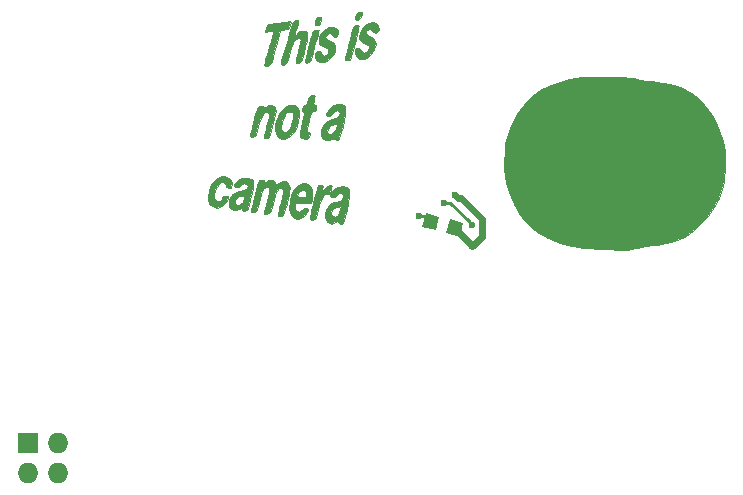
<source format=gbr>
G04 #@! TF.FileFunction,Copper,L1,Top,Signal*
%FSLAX46Y46*%
G04 Gerber Fmt 4.6, Leading zero omitted, Abs format (unit mm)*
G04 Created by KiCad (PCBNEW 4.0.2+dfsg1-stable) date Wed 11 Jul 2018 10:01:05 PM CDT*
%MOMM*%
G01*
G04 APERTURE LIST*
%ADD10C,0.100000*%
%ADD11C,0.010000*%
%ADD12R,1.727200X1.727200*%
%ADD13O,1.727200X1.727200*%
%ADD14C,0.600000*%
%ADD15C,0.609600*%
%ADD16C,0.250000*%
G04 APERTURE END LIST*
D10*
D11*
G36*
X136521922Y-95421601D02*
X137179081Y-95452981D01*
X137748012Y-95500771D01*
X138193201Y-95564942D01*
X138284783Y-95584419D01*
X138681261Y-95664283D01*
X139171138Y-95744669D01*
X139678921Y-95813834D01*
X139960228Y-95845007D01*
X140582013Y-95918756D01*
X141091014Y-96012550D01*
X141543712Y-96141630D01*
X141996588Y-96321235D01*
X142357393Y-96491837D01*
X143085043Y-96909632D01*
X143707481Y-97397664D01*
X144243385Y-97977759D01*
X144711434Y-98671742D01*
X145130309Y-99501439D01*
X145318251Y-99951433D01*
X145614881Y-100832060D01*
X145787413Y-101682735D01*
X145844167Y-102561758D01*
X145807316Y-103378000D01*
X145759614Y-103836529D01*
X145699114Y-104282140D01*
X145633911Y-104661122D01*
X145577558Y-104902000D01*
X145284979Y-105671371D01*
X144875768Y-106437093D01*
X144374000Y-107169534D01*
X143803755Y-107839062D01*
X143189109Y-108416045D01*
X142554140Y-108870850D01*
X142197666Y-109061590D01*
X141742175Y-109251612D01*
X141262340Y-109402773D01*
X140717848Y-109524776D01*
X140068384Y-109627322D01*
X139615333Y-109683118D01*
X139157261Y-109743707D01*
X138712030Y-109817451D01*
X138333189Y-109894633D01*
X138091333Y-109959648D01*
X137933726Y-110008994D01*
X137779761Y-110044748D01*
X137604192Y-110067407D01*
X137381773Y-110077469D01*
X137087259Y-110075433D01*
X136695404Y-110061797D01*
X136180961Y-110037058D01*
X135636000Y-110008082D01*
X135018843Y-109970596D01*
X134409460Y-109926242D01*
X133844595Y-109878241D01*
X133360994Y-109829811D01*
X132995400Y-109784171D01*
X132892151Y-109767719D01*
X131819509Y-109498492D01*
X130834543Y-109087571D01*
X129945353Y-108542735D01*
X129160040Y-107871762D01*
X128486706Y-107082430D01*
X127933452Y-106182518D01*
X127508379Y-105179803D01*
X127282345Y-104381585D01*
X127196213Y-103851530D01*
X127147642Y-103216310D01*
X127135962Y-102528820D01*
X127160506Y-101841952D01*
X127220606Y-101208597D01*
X127315594Y-100681648D01*
X127329771Y-100626333D01*
X127692717Y-99558655D01*
X128179158Y-98606479D01*
X128786738Y-97772012D01*
X129513100Y-97057462D01*
X130355890Y-96465037D01*
X131312750Y-95996944D01*
X132381326Y-95655392D01*
X132715000Y-95579656D01*
X133155719Y-95511932D01*
X133721299Y-95460801D01*
X134376223Y-95426233D01*
X135084978Y-95408197D01*
X135812049Y-95406663D01*
X136521922Y-95421601D01*
X136521922Y-95421601D01*
G37*
X136521922Y-95421601D02*
X137179081Y-95452981D01*
X137748012Y-95500771D01*
X138193201Y-95564942D01*
X138284783Y-95584419D01*
X138681261Y-95664283D01*
X139171138Y-95744669D01*
X139678921Y-95813834D01*
X139960228Y-95845007D01*
X140582013Y-95918756D01*
X141091014Y-96012550D01*
X141543712Y-96141630D01*
X141996588Y-96321235D01*
X142357393Y-96491837D01*
X143085043Y-96909632D01*
X143707481Y-97397664D01*
X144243385Y-97977759D01*
X144711434Y-98671742D01*
X145130309Y-99501439D01*
X145318251Y-99951433D01*
X145614881Y-100832060D01*
X145787413Y-101682735D01*
X145844167Y-102561758D01*
X145807316Y-103378000D01*
X145759614Y-103836529D01*
X145699114Y-104282140D01*
X145633911Y-104661122D01*
X145577558Y-104902000D01*
X145284979Y-105671371D01*
X144875768Y-106437093D01*
X144374000Y-107169534D01*
X143803755Y-107839062D01*
X143189109Y-108416045D01*
X142554140Y-108870850D01*
X142197666Y-109061590D01*
X141742175Y-109251612D01*
X141262340Y-109402773D01*
X140717848Y-109524776D01*
X140068384Y-109627322D01*
X139615333Y-109683118D01*
X139157261Y-109743707D01*
X138712030Y-109817451D01*
X138333189Y-109894633D01*
X138091333Y-109959648D01*
X137933726Y-110008994D01*
X137779761Y-110044748D01*
X137604192Y-110067407D01*
X137381773Y-110077469D01*
X137087259Y-110075433D01*
X136695404Y-110061797D01*
X136180961Y-110037058D01*
X135636000Y-110008082D01*
X135018843Y-109970596D01*
X134409460Y-109926242D01*
X133844595Y-109878241D01*
X133360994Y-109829811D01*
X132995400Y-109784171D01*
X132892151Y-109767719D01*
X131819509Y-109498492D01*
X130834543Y-109087571D01*
X129945353Y-108542735D01*
X129160040Y-107871762D01*
X128486706Y-107082430D01*
X127933452Y-106182518D01*
X127508379Y-105179803D01*
X127282345Y-104381585D01*
X127196213Y-103851530D01*
X127147642Y-103216310D01*
X127135962Y-102528820D01*
X127160506Y-101841952D01*
X127220606Y-101208597D01*
X127315594Y-100681648D01*
X127329771Y-100626333D01*
X127692717Y-99558655D01*
X128179158Y-98606479D01*
X128786738Y-97772012D01*
X129513100Y-97057462D01*
X130355890Y-96465037D01*
X131312750Y-95996944D01*
X132381326Y-95655392D01*
X132715000Y-95579656D01*
X133155719Y-95511932D01*
X133721299Y-95460801D01*
X134376223Y-95426233D01*
X135084978Y-95408197D01*
X135812049Y-95406663D01*
X136521922Y-95421601D01*
G36*
X113492696Y-104680270D02*
X113722757Y-104730567D01*
X113887172Y-104828809D01*
X113988069Y-104992992D01*
X114027574Y-105241114D01*
X114007814Y-105591169D01*
X113930916Y-106061155D01*
X113799006Y-106669067D01*
X113751537Y-106870500D01*
X113649088Y-107290407D01*
X113571344Y-107572276D01*
X113506257Y-107743363D01*
X113441777Y-107830926D01*
X113365854Y-107862222D01*
X113311768Y-107865333D01*
X113137579Y-107821111D01*
X113063728Y-107746439D01*
X113008882Y-107673661D01*
X112898903Y-107693585D01*
X112791219Y-107745918D01*
X112544385Y-107847119D01*
X112359508Y-107830920D01*
X112168263Y-107688083D01*
X112137151Y-107657515D01*
X111974810Y-107387792D01*
X111945764Y-107128467D01*
X112485695Y-107128467D01*
X112491100Y-107144931D01*
X112608238Y-107250518D01*
X112796826Y-107261382D01*
X112989637Y-107179975D01*
X113050796Y-107124500D01*
X113162236Y-106942440D01*
X113258259Y-106696142D01*
X113265681Y-106669983D01*
X113348859Y-106363633D01*
X113072416Y-106425981D01*
X112851032Y-106487096D01*
X112698744Y-106548455D01*
X112696097Y-106550055D01*
X112571273Y-106701812D01*
X112490284Y-106926117D01*
X112485695Y-107128467D01*
X111945764Y-107128467D01*
X111938834Y-107066604D01*
X112011812Y-106731942D01*
X112176333Y-106421796D01*
X112414985Y-106174156D01*
X112710358Y-106027011D01*
X112895579Y-106002666D01*
X113205842Y-105948083D01*
X113425580Y-105801452D01*
X113522313Y-105588457D01*
X113521667Y-105507646D01*
X113458945Y-105331165D01*
X113292729Y-105260124D01*
X113263549Y-105256278D01*
X113070130Y-105274572D01*
X112948055Y-105414623D01*
X112930100Y-105451954D01*
X112826709Y-105608467D01*
X112683603Y-105634659D01*
X112612058Y-105619960D01*
X112429822Y-105566272D01*
X112372903Y-105495482D01*
X112422001Y-105353764D01*
X112477534Y-105244790D01*
X112727496Y-104923868D01*
X113063082Y-104727074D01*
X113445970Y-104675718D01*
X113492696Y-104680270D01*
X113492696Y-104680270D01*
G37*
X113492696Y-104680270D02*
X113722757Y-104730567D01*
X113887172Y-104828809D01*
X113988069Y-104992992D01*
X114027574Y-105241114D01*
X114007814Y-105591169D01*
X113930916Y-106061155D01*
X113799006Y-106669067D01*
X113751537Y-106870500D01*
X113649088Y-107290407D01*
X113571344Y-107572276D01*
X113506257Y-107743363D01*
X113441777Y-107830926D01*
X113365854Y-107862222D01*
X113311768Y-107865333D01*
X113137579Y-107821111D01*
X113063728Y-107746439D01*
X113008882Y-107673661D01*
X112898903Y-107693585D01*
X112791219Y-107745918D01*
X112544385Y-107847119D01*
X112359508Y-107830920D01*
X112168263Y-107688083D01*
X112137151Y-107657515D01*
X111974810Y-107387792D01*
X111945764Y-107128467D01*
X112485695Y-107128467D01*
X112491100Y-107144931D01*
X112608238Y-107250518D01*
X112796826Y-107261382D01*
X112989637Y-107179975D01*
X113050796Y-107124500D01*
X113162236Y-106942440D01*
X113258259Y-106696142D01*
X113265681Y-106669983D01*
X113348859Y-106363633D01*
X113072416Y-106425981D01*
X112851032Y-106487096D01*
X112698744Y-106548455D01*
X112696097Y-106550055D01*
X112571273Y-106701812D01*
X112490284Y-106926117D01*
X112485695Y-107128467D01*
X111945764Y-107128467D01*
X111938834Y-107066604D01*
X112011812Y-106731942D01*
X112176333Y-106421796D01*
X112414985Y-106174156D01*
X112710358Y-106027011D01*
X112895579Y-106002666D01*
X113205842Y-105948083D01*
X113425580Y-105801452D01*
X113522313Y-105588457D01*
X113521667Y-105507646D01*
X113458945Y-105331165D01*
X113292729Y-105260124D01*
X113263549Y-105256278D01*
X113070130Y-105274572D01*
X112948055Y-105414623D01*
X112930100Y-105451954D01*
X112826709Y-105608467D01*
X112683603Y-105634659D01*
X112612058Y-105619960D01*
X112429822Y-105566272D01*
X112372903Y-105495482D01*
X112422001Y-105353764D01*
X112477534Y-105244790D01*
X112727496Y-104923868D01*
X113063082Y-104727074D01*
X113445970Y-104675718D01*
X113492696Y-104680270D01*
G36*
X111530024Y-104562755D02*
X111561206Y-104563333D01*
X111712279Y-104584103D01*
X111755131Y-104681286D01*
X111742631Y-104812622D01*
X111706043Y-105061911D01*
X111989967Y-104812622D01*
X112209669Y-104650051D01*
X112392897Y-104567616D01*
X112504032Y-104577766D01*
X112521527Y-104626833D01*
X112500321Y-104743031D01*
X112448376Y-104951078D01*
X112432881Y-105007833D01*
X112348296Y-105225709D01*
X112234443Y-105315553D01*
X112151778Y-105325333D01*
X111949702Y-105374641D01*
X111774035Y-105533364D01*
X111614859Y-105817701D01*
X111462256Y-106243852D01*
X111357138Y-106623058D01*
X111254005Y-107017942D01*
X111176781Y-107277005D01*
X111110773Y-107428820D01*
X111041288Y-107501960D01*
X110953636Y-107524998D01*
X110892506Y-107526666D01*
X110704427Y-107484905D01*
X110659333Y-107394714D01*
X110679119Y-107265222D01*
X110733083Y-107008188D01*
X110813137Y-106660042D01*
X110911188Y-106257215D01*
X110917857Y-106230547D01*
X111058692Y-105667214D01*
X111165067Y-105246952D01*
X111245024Y-104948920D01*
X111306606Y-104752276D01*
X111357854Y-104636179D01*
X111406812Y-104579788D01*
X111461521Y-104562260D01*
X111530024Y-104562755D01*
X111530024Y-104562755D01*
G37*
X111530024Y-104562755D02*
X111561206Y-104563333D01*
X111712279Y-104584103D01*
X111755131Y-104681286D01*
X111742631Y-104812622D01*
X111706043Y-105061911D01*
X111989967Y-104812622D01*
X112209669Y-104650051D01*
X112392897Y-104567616D01*
X112504032Y-104577766D01*
X112521527Y-104626833D01*
X112500321Y-104743031D01*
X112448376Y-104951078D01*
X112432881Y-105007833D01*
X112348296Y-105225709D01*
X112234443Y-105315553D01*
X112151778Y-105325333D01*
X111949702Y-105374641D01*
X111774035Y-105533364D01*
X111614859Y-105817701D01*
X111462256Y-106243852D01*
X111357138Y-106623058D01*
X111254005Y-107017942D01*
X111176781Y-107277005D01*
X111110773Y-107428820D01*
X111041288Y-107501960D01*
X110953636Y-107524998D01*
X110892506Y-107526666D01*
X110704427Y-107484905D01*
X110659333Y-107394714D01*
X110679119Y-107265222D01*
X110733083Y-107008188D01*
X110813137Y-106660042D01*
X110911188Y-106257215D01*
X110917857Y-106230547D01*
X111058692Y-105667214D01*
X111165067Y-105246952D01*
X111245024Y-104948920D01*
X111306606Y-104752276D01*
X111357854Y-104636179D01*
X111406812Y-104579788D01*
X111461521Y-104562260D01*
X111530024Y-104562755D01*
G36*
X110530547Y-104470156D02*
X110726448Y-104681537D01*
X110847622Y-105002513D01*
X110883161Y-105407451D01*
X110847448Y-105748666D01*
X110778497Y-106129666D01*
X110083915Y-106103917D01*
X109389333Y-106078169D01*
X109389333Y-106362151D01*
X109441579Y-106648540D01*
X109578134Y-106813868D01*
X109768719Y-106843235D01*
X109983056Y-106721744D01*
X110027706Y-106676272D01*
X110206579Y-106556885D01*
X110396231Y-106536813D01*
X110533509Y-106617885D01*
X110554650Y-106661012D01*
X110518723Y-106775649D01*
X110388687Y-106957841D01*
X110253742Y-107105512D01*
X109927158Y-107359931D01*
X109622761Y-107446896D01*
X109338949Y-107366608D01*
X109179429Y-107239792D01*
X108976053Y-106925159D01*
X108902557Y-106514199D01*
X108958120Y-106000560D01*
X108997774Y-105833333D01*
X109107334Y-105523739D01*
X109587161Y-105523739D01*
X109722191Y-105580894D01*
X109876166Y-105601572D01*
X110149465Y-105622499D01*
X110298363Y-105603582D01*
X110365995Y-105529587D01*
X110390666Y-105419874D01*
X110367084Y-105177378D01*
X110239614Y-105034721D01*
X110049939Y-105005245D01*
X109839744Y-105102291D01*
X109734145Y-105209751D01*
X109595000Y-105410659D01*
X109587161Y-105523739D01*
X109107334Y-105523739D01*
X109192619Y-105282745D01*
X109451887Y-104852500D01*
X109763293Y-104556487D01*
X110114548Y-104408600D01*
X110270830Y-104394000D01*
X110530547Y-104470156D01*
X110530547Y-104470156D01*
G37*
X110530547Y-104470156D02*
X110726448Y-104681537D01*
X110847622Y-105002513D01*
X110883161Y-105407451D01*
X110847448Y-105748666D01*
X110778497Y-106129666D01*
X110083915Y-106103917D01*
X109389333Y-106078169D01*
X109389333Y-106362151D01*
X109441579Y-106648540D01*
X109578134Y-106813868D01*
X109768719Y-106843235D01*
X109983056Y-106721744D01*
X110027706Y-106676272D01*
X110206579Y-106556885D01*
X110396231Y-106536813D01*
X110533509Y-106617885D01*
X110554650Y-106661012D01*
X110518723Y-106775649D01*
X110388687Y-106957841D01*
X110253742Y-107105512D01*
X109927158Y-107359931D01*
X109622761Y-107446896D01*
X109338949Y-107366608D01*
X109179429Y-107239792D01*
X108976053Y-106925159D01*
X108902557Y-106514199D01*
X108958120Y-106000560D01*
X108997774Y-105833333D01*
X109107334Y-105523739D01*
X109587161Y-105523739D01*
X109722191Y-105580894D01*
X109876166Y-105601572D01*
X110149465Y-105622499D01*
X110298363Y-105603582D01*
X110365995Y-105529587D01*
X110390666Y-105419874D01*
X110367084Y-105177378D01*
X110239614Y-105034721D01*
X110049939Y-105005245D01*
X109839744Y-105102291D01*
X109734145Y-105209751D01*
X109595000Y-105410659D01*
X109587161Y-105523739D01*
X109107334Y-105523739D01*
X109192619Y-105282745D01*
X109451887Y-104852500D01*
X109763293Y-104556487D01*
X110114548Y-104408600D01*
X110270830Y-104394000D01*
X110530547Y-104470156D01*
G36*
X106777510Y-104155646D02*
X106824858Y-104225409D01*
X106804199Y-104318156D01*
X106747654Y-104496313D01*
X106998632Y-104310757D01*
X107218520Y-104193243D01*
X107423396Y-104151885D01*
X107442991Y-104153767D01*
X107580277Y-104198744D01*
X107696707Y-104314105D01*
X107834474Y-104542185D01*
X107839707Y-104551819D01*
X107909092Y-104526536D01*
X108057419Y-104424231D01*
X108083959Y-104403652D01*
X108375317Y-104252508D01*
X108637310Y-104255176D01*
X108839816Y-104397305D01*
X108952712Y-104664545D01*
X108966260Y-104824000D01*
X108945407Y-105017621D01*
X108888421Y-105331346D01*
X108803984Y-105721978D01*
X108700774Y-106146326D01*
X108699615Y-106150833D01*
X108588204Y-106578589D01*
X108505378Y-106868858D01*
X108438077Y-107048287D01*
X108373245Y-107143521D01*
X108297822Y-107181208D01*
X108198752Y-107187993D01*
X108191355Y-107188000D01*
X108018581Y-107168703D01*
X107950308Y-107124500D01*
X107970063Y-107021892D01*
X108023585Y-106789956D01*
X108102637Y-106463401D01*
X108196232Y-106087844D01*
X108312150Y-105589370D01*
X108369351Y-105231533D01*
X108367322Y-104995950D01*
X108305546Y-104864242D01*
X108183509Y-104818028D01*
X108160639Y-104817333D01*
X108027958Y-104874078D01*
X107896335Y-105053103D01*
X107759352Y-105367593D01*
X107610589Y-105830733D01*
X107535166Y-106102052D01*
X107429983Y-106488419D01*
X107351559Y-106740996D01*
X107282912Y-106889579D01*
X107207058Y-106963965D01*
X107107013Y-106993950D01*
X107021235Y-107003717D01*
X106835833Y-107009080D01*
X106779882Y-106960575D01*
X106798694Y-106882779D01*
X106874135Y-106651326D01*
X106960660Y-106332927D01*
X107049275Y-105968497D01*
X107130988Y-105598955D01*
X107196805Y-105265215D01*
X107237732Y-105008195D01*
X107244777Y-104868810D01*
X107242890Y-104861860D01*
X107127825Y-104749827D01*
X106954176Y-104751078D01*
X106782310Y-104858377D01*
X106731474Y-104923166D01*
X106659085Y-105083309D01*
X106560934Y-105363327D01*
X106451858Y-105718701D01*
X106378797Y-105981500D01*
X106274342Y-106366532D01*
X106196372Y-106616664D01*
X106129052Y-106760955D01*
X106056549Y-106828465D01*
X105963029Y-106848253D01*
X105905941Y-106849333D01*
X105732805Y-106829212D01*
X105664000Y-106782979D01*
X105685043Y-106682101D01*
X105743060Y-106447790D01*
X105830375Y-106109956D01*
X105939318Y-105698508D01*
X106002666Y-105462810D01*
X106119610Y-105027726D01*
X106219074Y-104653610D01*
X106293445Y-104369420D01*
X106335111Y-104204110D01*
X106341333Y-104174497D01*
X106415183Y-104150461D01*
X106593613Y-104140014D01*
X106601038Y-104140000D01*
X106777510Y-104155646D01*
X106777510Y-104155646D01*
G37*
X106777510Y-104155646D02*
X106824858Y-104225409D01*
X106804199Y-104318156D01*
X106747654Y-104496313D01*
X106998632Y-104310757D01*
X107218520Y-104193243D01*
X107423396Y-104151885D01*
X107442991Y-104153767D01*
X107580277Y-104198744D01*
X107696707Y-104314105D01*
X107834474Y-104542185D01*
X107839707Y-104551819D01*
X107909092Y-104526536D01*
X108057419Y-104424231D01*
X108083959Y-104403652D01*
X108375317Y-104252508D01*
X108637310Y-104255176D01*
X108839816Y-104397305D01*
X108952712Y-104664545D01*
X108966260Y-104824000D01*
X108945407Y-105017621D01*
X108888421Y-105331346D01*
X108803984Y-105721978D01*
X108700774Y-106146326D01*
X108699615Y-106150833D01*
X108588204Y-106578589D01*
X108505378Y-106868858D01*
X108438077Y-107048287D01*
X108373245Y-107143521D01*
X108297822Y-107181208D01*
X108198752Y-107187993D01*
X108191355Y-107188000D01*
X108018581Y-107168703D01*
X107950308Y-107124500D01*
X107970063Y-107021892D01*
X108023585Y-106789956D01*
X108102637Y-106463401D01*
X108196232Y-106087844D01*
X108312150Y-105589370D01*
X108369351Y-105231533D01*
X108367322Y-104995950D01*
X108305546Y-104864242D01*
X108183509Y-104818028D01*
X108160639Y-104817333D01*
X108027958Y-104874078D01*
X107896335Y-105053103D01*
X107759352Y-105367593D01*
X107610589Y-105830733D01*
X107535166Y-106102052D01*
X107429983Y-106488419D01*
X107351559Y-106740996D01*
X107282912Y-106889579D01*
X107207058Y-106963965D01*
X107107013Y-106993950D01*
X107021235Y-107003717D01*
X106835833Y-107009080D01*
X106779882Y-106960575D01*
X106798694Y-106882779D01*
X106874135Y-106651326D01*
X106960660Y-106332927D01*
X107049275Y-105968497D01*
X107130988Y-105598955D01*
X107196805Y-105265215D01*
X107237732Y-105008195D01*
X107244777Y-104868810D01*
X107242890Y-104861860D01*
X107127825Y-104749827D01*
X106954176Y-104751078D01*
X106782310Y-104858377D01*
X106731474Y-104923166D01*
X106659085Y-105083309D01*
X106560934Y-105363327D01*
X106451858Y-105718701D01*
X106378797Y-105981500D01*
X106274342Y-106366532D01*
X106196372Y-106616664D01*
X106129052Y-106760955D01*
X106056549Y-106828465D01*
X105963029Y-106848253D01*
X105905941Y-106849333D01*
X105732805Y-106829212D01*
X105664000Y-106782979D01*
X105685043Y-106682101D01*
X105743060Y-106447790D01*
X105830375Y-106109956D01*
X105939318Y-105698508D01*
X106002666Y-105462810D01*
X106119610Y-105027726D01*
X106219074Y-104653610D01*
X106293445Y-104369420D01*
X106335111Y-104204110D01*
X106341333Y-104174497D01*
X106415183Y-104150461D01*
X106593613Y-104140014D01*
X106601038Y-104140000D01*
X106777510Y-104155646D01*
G36*
X105452673Y-104002249D02*
X105692103Y-104081016D01*
X105737541Y-104107870D01*
X105835681Y-104204021D01*
X105890472Y-104340985D01*
X105900361Y-104542203D01*
X105863796Y-104831114D01*
X105779221Y-105231160D01*
X105645085Y-105765781D01*
X105621788Y-105854500D01*
X105515524Y-106250608D01*
X105436346Y-106511085D01*
X105369284Y-106664327D01*
X105299365Y-106738730D01*
X105211620Y-106762690D01*
X105141922Y-106764666D01*
X104952738Y-106726848D01*
X104902000Y-106627299D01*
X104877662Y-106537804D01*
X104781257Y-106590140D01*
X104625422Y-106646930D01*
X104382299Y-106667367D01*
X104295995Y-106664007D01*
X104052932Y-106629159D01*
X103921962Y-106549474D01*
X103854574Y-106417668D01*
X103814158Y-106074598D01*
X103851363Y-105911075D01*
X104309333Y-105911075D01*
X104366176Y-106137306D01*
X104509802Y-106247502D01*
X104699852Y-106237472D01*
X104895969Y-106103026D01*
X104987594Y-105981500D01*
X105121647Y-105725840D01*
X105137689Y-105574052D01*
X105032017Y-105505078D01*
X104902000Y-105494666D01*
X104683897Y-105545615D01*
X104474480Y-105669955D01*
X104334611Y-105824924D01*
X104309333Y-105911075D01*
X103851363Y-105911075D01*
X103896569Y-105712388D01*
X104083670Y-105405723D01*
X104105954Y-105382469D01*
X104341355Y-105219101D01*
X104672913Y-105124991D01*
X104783634Y-105108924D01*
X105115182Y-105041872D01*
X105297854Y-104939005D01*
X105327736Y-104897510D01*
X105403372Y-104689610D01*
X105346847Y-104551022D01*
X105240100Y-104478363D01*
X105099570Y-104438565D01*
X104960406Y-104505810D01*
X104854734Y-104602901D01*
X104653028Y-104754086D01*
X104459082Y-104772382D01*
X104431967Y-104766338D01*
X104274894Y-104702112D01*
X104242482Y-104603029D01*
X104338514Y-104445237D01*
X104512533Y-104258533D01*
X104730328Y-104071320D01*
X104937184Y-103987699D01*
X105171027Y-103970666D01*
X105452673Y-104002249D01*
X105452673Y-104002249D01*
G37*
X105452673Y-104002249D02*
X105692103Y-104081016D01*
X105737541Y-104107870D01*
X105835681Y-104204021D01*
X105890472Y-104340985D01*
X105900361Y-104542203D01*
X105863796Y-104831114D01*
X105779221Y-105231160D01*
X105645085Y-105765781D01*
X105621788Y-105854500D01*
X105515524Y-106250608D01*
X105436346Y-106511085D01*
X105369284Y-106664327D01*
X105299365Y-106738730D01*
X105211620Y-106762690D01*
X105141922Y-106764666D01*
X104952738Y-106726848D01*
X104902000Y-106627299D01*
X104877662Y-106537804D01*
X104781257Y-106590140D01*
X104625422Y-106646930D01*
X104382299Y-106667367D01*
X104295995Y-106664007D01*
X104052932Y-106629159D01*
X103921962Y-106549474D01*
X103854574Y-106417668D01*
X103814158Y-106074598D01*
X103851363Y-105911075D01*
X104309333Y-105911075D01*
X104366176Y-106137306D01*
X104509802Y-106247502D01*
X104699852Y-106237472D01*
X104895969Y-106103026D01*
X104987594Y-105981500D01*
X105121647Y-105725840D01*
X105137689Y-105574052D01*
X105032017Y-105505078D01*
X104902000Y-105494666D01*
X104683897Y-105545615D01*
X104474480Y-105669955D01*
X104334611Y-105824924D01*
X104309333Y-105911075D01*
X103851363Y-105911075D01*
X103896569Y-105712388D01*
X104083670Y-105405723D01*
X104105954Y-105382469D01*
X104341355Y-105219101D01*
X104672913Y-105124991D01*
X104783634Y-105108924D01*
X105115182Y-105041872D01*
X105297854Y-104939005D01*
X105327736Y-104897510D01*
X105403372Y-104689610D01*
X105346847Y-104551022D01*
X105240100Y-104478363D01*
X105099570Y-104438565D01*
X104960406Y-104505810D01*
X104854734Y-104602901D01*
X104653028Y-104754086D01*
X104459082Y-104772382D01*
X104431967Y-104766338D01*
X104274894Y-104702112D01*
X104242482Y-104603029D01*
X104338514Y-104445237D01*
X104512533Y-104258533D01*
X104730328Y-104071320D01*
X104937184Y-103987699D01*
X105171027Y-103970666D01*
X105452673Y-104002249D01*
G36*
X103703445Y-103877082D02*
X103926432Y-104083462D01*
X104044047Y-104389171D01*
X104055333Y-104532418D01*
X104039674Y-104726459D01*
X103961721Y-104804028D01*
X103801333Y-104817333D01*
X103613311Y-104789099D01*
X103548819Y-104688234D01*
X103547333Y-104658366D01*
X103476174Y-104454883D01*
X103301464Y-104344170D01*
X103126643Y-104350827D01*
X102947347Y-104480921D01*
X102786121Y-104722561D01*
X102658415Y-105027198D01*
X102579681Y-105346287D01*
X102565371Y-105631280D01*
X102630936Y-105833629D01*
X102648348Y-105853586D01*
X102841127Y-105946279D01*
X103047611Y-105899520D01*
X103212430Y-105728459D01*
X103229425Y-105694583D01*
X103361375Y-105550849D01*
X103545641Y-105490951D01*
X103711734Y-105529998D01*
X103759954Y-105580877D01*
X103755632Y-105715485D01*
X103658066Y-105914236D01*
X103500597Y-106128803D01*
X103316566Y-106310857D01*
X103204697Y-106385719D01*
X102849824Y-106500114D01*
X102530473Y-106451668D01*
X102303221Y-106306144D01*
X102171340Y-106175061D01*
X102100198Y-106033919D01*
X102071953Y-105826461D01*
X102068300Y-105565311D01*
X102130724Y-105051650D01*
X102299864Y-104594022D01*
X102556377Y-104217988D01*
X102880923Y-103949112D01*
X103254158Y-103812957D01*
X103403015Y-103801333D01*
X103703445Y-103877082D01*
X103703445Y-103877082D01*
G37*
X103703445Y-103877082D02*
X103926432Y-104083462D01*
X104044047Y-104389171D01*
X104055333Y-104532418D01*
X104039674Y-104726459D01*
X103961721Y-104804028D01*
X103801333Y-104817333D01*
X103613311Y-104789099D01*
X103548819Y-104688234D01*
X103547333Y-104658366D01*
X103476174Y-104454883D01*
X103301464Y-104344170D01*
X103126643Y-104350827D01*
X102947347Y-104480921D01*
X102786121Y-104722561D01*
X102658415Y-105027198D01*
X102579681Y-105346287D01*
X102565371Y-105631280D01*
X102630936Y-105833629D01*
X102648348Y-105853586D01*
X102841127Y-105946279D01*
X103047611Y-105899520D01*
X103212430Y-105728459D01*
X103229425Y-105694583D01*
X103361375Y-105550849D01*
X103545641Y-105490951D01*
X103711734Y-105529998D01*
X103759954Y-105580877D01*
X103755632Y-105715485D01*
X103658066Y-105914236D01*
X103500597Y-106128803D01*
X103316566Y-106310857D01*
X103204697Y-106385719D01*
X102849824Y-106500114D01*
X102530473Y-106451668D01*
X102303221Y-106306144D01*
X102171340Y-106175061D01*
X102100198Y-106033919D01*
X102071953Y-105826461D01*
X102068300Y-105565311D01*
X102130724Y-105051650D01*
X102299864Y-104594022D01*
X102556377Y-104217988D01*
X102880923Y-103949112D01*
X103254158Y-103812957D01*
X103403015Y-103801333D01*
X103703445Y-103877082D01*
G36*
X113532239Y-97801307D02*
X113565002Y-97829097D01*
X113648204Y-97946583D01*
X113691126Y-98109332D01*
X113692129Y-98341175D01*
X113649578Y-98665940D01*
X113561834Y-99107458D01*
X113441164Y-99631500D01*
X113332850Y-100080106D01*
X113251801Y-100389667D01*
X113186485Y-100585966D01*
X113125367Y-100694785D01*
X113056915Y-100741908D01*
X112969596Y-100753118D01*
X112939347Y-100753333D01*
X112755096Y-100719169D01*
X112666638Y-100647500D01*
X112610102Y-100584124D01*
X112515650Y-100647500D01*
X112328369Y-100736553D01*
X112080375Y-100755685D01*
X111842855Y-100709822D01*
X111686996Y-100603887D01*
X111678312Y-100589566D01*
X111585655Y-100251731D01*
X111608212Y-100076666D01*
X112149623Y-100076666D01*
X112161008Y-100139500D01*
X112267382Y-100234881D01*
X112444413Y-100235561D01*
X112629942Y-100151882D01*
X112734645Y-100044054D01*
X112857978Y-99807250D01*
X112939977Y-99586674D01*
X112980748Y-99412957D01*
X112940409Y-99362815D01*
X112788879Y-99398135D01*
X112565144Y-99470918D01*
X112422082Y-99523636D01*
X112287455Y-99650771D01*
X112184757Y-99863135D01*
X112149623Y-100076666D01*
X111608212Y-100076666D01*
X111631731Y-99894147D01*
X111795492Y-99553134D01*
X112055890Y-99265016D01*
X112391878Y-99066115D01*
X112594089Y-99009167D01*
X112932713Y-98897171D01*
X113139557Y-98713228D01*
X113199333Y-98505602D01*
X113140605Y-98330789D01*
X112997279Y-98256061D01*
X112818637Y-98277823D01*
X112653964Y-98392480D01*
X112564361Y-98551910D01*
X112453168Y-98687054D01*
X112262294Y-98721333D01*
X112086299Y-98707543D01*
X112014000Y-98674795D01*
X112064639Y-98524854D01*
X112190628Y-98310470D01*
X112353068Y-98092189D01*
X112466350Y-97970693D01*
X112714010Y-97815181D01*
X113014257Y-97729951D01*
X113307023Y-97722746D01*
X113532239Y-97801307D01*
X113532239Y-97801307D01*
G37*
X113532239Y-97801307D02*
X113565002Y-97829097D01*
X113648204Y-97946583D01*
X113691126Y-98109332D01*
X113692129Y-98341175D01*
X113649578Y-98665940D01*
X113561834Y-99107458D01*
X113441164Y-99631500D01*
X113332850Y-100080106D01*
X113251801Y-100389667D01*
X113186485Y-100585966D01*
X113125367Y-100694785D01*
X113056915Y-100741908D01*
X112969596Y-100753118D01*
X112939347Y-100753333D01*
X112755096Y-100719169D01*
X112666638Y-100647500D01*
X112610102Y-100584124D01*
X112515650Y-100647500D01*
X112328369Y-100736553D01*
X112080375Y-100755685D01*
X111842855Y-100709822D01*
X111686996Y-100603887D01*
X111678312Y-100589566D01*
X111585655Y-100251731D01*
X111608212Y-100076666D01*
X112149623Y-100076666D01*
X112161008Y-100139500D01*
X112267382Y-100234881D01*
X112444413Y-100235561D01*
X112629942Y-100151882D01*
X112734645Y-100044054D01*
X112857978Y-99807250D01*
X112939977Y-99586674D01*
X112980748Y-99412957D01*
X112940409Y-99362815D01*
X112788879Y-99398135D01*
X112565144Y-99470918D01*
X112422082Y-99523636D01*
X112287455Y-99650771D01*
X112184757Y-99863135D01*
X112149623Y-100076666D01*
X111608212Y-100076666D01*
X111631731Y-99894147D01*
X111795492Y-99553134D01*
X112055890Y-99265016D01*
X112391878Y-99066115D01*
X112594089Y-99009167D01*
X112932713Y-98897171D01*
X113139557Y-98713228D01*
X113199333Y-98505602D01*
X113140605Y-98330789D01*
X112997279Y-98256061D01*
X112818637Y-98277823D01*
X112653964Y-98392480D01*
X112564361Y-98551910D01*
X112453168Y-98687054D01*
X112262294Y-98721333D01*
X112086299Y-98707543D01*
X112014000Y-98674795D01*
X112064639Y-98524854D01*
X112190628Y-98310470D01*
X112353068Y-98092189D01*
X112466350Y-97970693D01*
X112714010Y-97815181D01*
X113014257Y-97729951D01*
X113307023Y-97722746D01*
X113532239Y-97801307D01*
G36*
X109427939Y-97835053D02*
X109626345Y-97982177D01*
X109733401Y-98249317D01*
X109762135Y-98654418D01*
X109761951Y-98667175D01*
X109680653Y-99266613D01*
X109467856Y-99815541D01*
X109140638Y-100273622D01*
X109040300Y-100371625D01*
X108710031Y-100594355D01*
X108385930Y-100674405D01*
X108095234Y-100608454D01*
X107954722Y-100504055D01*
X107778716Y-100216343D01*
X107716167Y-99849719D01*
X107737817Y-99607239D01*
X108264350Y-99607239D01*
X108274842Y-99857449D01*
X108298977Y-99925932D01*
X108448402Y-100062039D01*
X108647273Y-100065852D01*
X108850647Y-99945667D01*
X108965191Y-99802976D01*
X109086577Y-99543686D01*
X109187589Y-99223254D01*
X109254735Y-98900946D01*
X109274525Y-98636030D01*
X109256237Y-98524311D01*
X109130227Y-98411772D01*
X108963846Y-98382666D01*
X108763837Y-98429436D01*
X108597892Y-98594363D01*
X108548898Y-98668916D01*
X108412867Y-98955186D01*
X108314188Y-99287222D01*
X108264350Y-99607239D01*
X107737817Y-99607239D01*
X107753043Y-99436721D01*
X107875313Y-99009885D01*
X108068946Y-98601748D01*
X108319911Y-98244845D01*
X108614175Y-97971714D01*
X108937708Y-97814891D01*
X109125157Y-97790000D01*
X109427939Y-97835053D01*
X109427939Y-97835053D01*
G37*
X109427939Y-97835053D02*
X109626345Y-97982177D01*
X109733401Y-98249317D01*
X109762135Y-98654418D01*
X109761951Y-98667175D01*
X109680653Y-99266613D01*
X109467856Y-99815541D01*
X109140638Y-100273622D01*
X109040300Y-100371625D01*
X108710031Y-100594355D01*
X108385930Y-100674405D01*
X108095234Y-100608454D01*
X107954722Y-100504055D01*
X107778716Y-100216343D01*
X107716167Y-99849719D01*
X107737817Y-99607239D01*
X108264350Y-99607239D01*
X108274842Y-99857449D01*
X108298977Y-99925932D01*
X108448402Y-100062039D01*
X108647273Y-100065852D01*
X108850647Y-99945667D01*
X108965191Y-99802976D01*
X109086577Y-99543686D01*
X109187589Y-99223254D01*
X109254735Y-98900946D01*
X109274525Y-98636030D01*
X109256237Y-98524311D01*
X109130227Y-98411772D01*
X108963846Y-98382666D01*
X108763837Y-98429436D01*
X108597892Y-98594363D01*
X108548898Y-98668916D01*
X108412867Y-98955186D01*
X108314188Y-99287222D01*
X108264350Y-99607239D01*
X107737817Y-99607239D01*
X107753043Y-99436721D01*
X107875313Y-99009885D01*
X108068946Y-98601748D01*
X108319911Y-98244845D01*
X108614175Y-97971714D01*
X108937708Y-97814891D01*
X109125157Y-97790000D01*
X109427939Y-97835053D01*
G36*
X111074324Y-97007051D02*
X111058154Y-97173252D01*
X111046039Y-97239025D01*
X110995081Y-97477770D01*
X110946768Y-97654809D01*
X110941643Y-97669012D01*
X110960907Y-97766611D01*
X111083483Y-97790000D01*
X111218924Y-97819250D01*
X111230833Y-97938838D01*
X111220697Y-97980500D01*
X111179907Y-98153437D01*
X111168489Y-98228611D01*
X111095696Y-98284204D01*
X110979471Y-98313278D01*
X110877134Y-98353169D01*
X110791958Y-98460817D01*
X110706543Y-98668608D01*
X110603489Y-99008927D01*
X110601028Y-99017666D01*
X110482379Y-99469668D01*
X110422753Y-99782142D01*
X110420936Y-99973816D01*
X110475711Y-100063418D01*
X110532333Y-100076000D01*
X110633553Y-100118147D01*
X110651029Y-100262703D01*
X110605969Y-100478166D01*
X110523972Y-100618505D01*
X110347602Y-100667100D01*
X110285391Y-100668666D01*
X110064024Y-100638500D01*
X109914266Y-100567066D01*
X109845538Y-100461436D01*
X109820880Y-100305660D01*
X109842733Y-100071564D01*
X109913537Y-99730973D01*
X110024119Y-99298943D01*
X110129909Y-98901740D01*
X110194869Y-98639972D01*
X110221614Y-98485408D01*
X110212759Y-98409819D01*
X110170919Y-98384973D01*
X110109000Y-98382666D01*
X110005525Y-98350335D01*
X109993423Y-98232213D01*
X110061858Y-98014312D01*
X110174064Y-97845468D01*
X110290739Y-97775569D01*
X110419899Y-97666193D01*
X110523849Y-97398561D01*
X110531957Y-97366268D01*
X110604497Y-97126409D01*
X110694814Y-97007058D01*
X110841561Y-96960682D01*
X110864080Y-96957846D01*
X111019310Y-96950204D01*
X111074324Y-97007051D01*
X111074324Y-97007051D01*
G37*
X111074324Y-97007051D02*
X111058154Y-97173252D01*
X111046039Y-97239025D01*
X110995081Y-97477770D01*
X110946768Y-97654809D01*
X110941643Y-97669012D01*
X110960907Y-97766611D01*
X111083483Y-97790000D01*
X111218924Y-97819250D01*
X111230833Y-97938838D01*
X111220697Y-97980500D01*
X111179907Y-98153437D01*
X111168489Y-98228611D01*
X111095696Y-98284204D01*
X110979471Y-98313278D01*
X110877134Y-98353169D01*
X110791958Y-98460817D01*
X110706543Y-98668608D01*
X110603489Y-99008927D01*
X110601028Y-99017666D01*
X110482379Y-99469668D01*
X110422753Y-99782142D01*
X110420936Y-99973816D01*
X110475711Y-100063418D01*
X110532333Y-100076000D01*
X110633553Y-100118147D01*
X110651029Y-100262703D01*
X110605969Y-100478166D01*
X110523972Y-100618505D01*
X110347602Y-100667100D01*
X110285391Y-100668666D01*
X110064024Y-100638500D01*
X109914266Y-100567066D01*
X109845538Y-100461436D01*
X109820880Y-100305660D01*
X109842733Y-100071564D01*
X109913537Y-99730973D01*
X110024119Y-99298943D01*
X110129909Y-98901740D01*
X110194869Y-98639972D01*
X110221614Y-98485408D01*
X110212759Y-98409819D01*
X110170919Y-98384973D01*
X110109000Y-98382666D01*
X110005525Y-98350335D01*
X109993423Y-98232213D01*
X110061858Y-98014312D01*
X110174064Y-97845468D01*
X110290739Y-97775569D01*
X110419899Y-97666193D01*
X110523849Y-97398561D01*
X110531957Y-97366268D01*
X110604497Y-97126409D01*
X110694814Y-97007058D01*
X110841561Y-96960682D01*
X110864080Y-96957846D01*
X111019310Y-96950204D01*
X111074324Y-97007051D01*
G36*
X107559415Y-97854894D02*
X107684057Y-97942239D01*
X107756317Y-98081482D01*
X107775616Y-98294345D01*
X107741373Y-98602548D01*
X107653011Y-99027811D01*
X107513409Y-99578851D01*
X107400337Y-99998550D01*
X107316389Y-100281394D01*
X107247923Y-100454371D01*
X107181299Y-100544470D01*
X107102877Y-100578682D01*
X107005409Y-100584000D01*
X106833179Y-100564670D01*
X106765718Y-100520500D01*
X106787454Y-100415850D01*
X106844872Y-100187979D01*
X106927765Y-99876661D01*
X106977385Y-99695595D01*
X107109956Y-99172866D01*
X107176831Y-98793235D01*
X107178444Y-98543914D01*
X107115230Y-98412115D01*
X107021964Y-98382666D01*
X106837902Y-98435578D01*
X106672686Y-98604457D01*
X106517270Y-98904520D01*
X106362608Y-99350980D01*
X106286557Y-99619612D01*
X106180036Y-100007865D01*
X106100474Y-100261015D01*
X106032406Y-100407891D01*
X105960369Y-100477324D01*
X105868897Y-100498142D01*
X105814661Y-100499333D01*
X105644592Y-100471097D01*
X105579333Y-100408417D01*
X105600780Y-100304164D01*
X105658850Y-100071786D01*
X105744137Y-99746116D01*
X105847231Y-99361986D01*
X105958727Y-98954230D01*
X106069218Y-98557678D01*
X106169295Y-98207165D01*
X106223610Y-98022833D01*
X106343156Y-97901743D01*
X106513714Y-97874666D01*
X106685812Y-97897937D01*
X106718394Y-97978093D01*
X106711624Y-97999042D01*
X106720729Y-98055900D01*
X106837440Y-98022424D01*
X107001031Y-97938752D01*
X107233472Y-97827535D01*
X107398415Y-97804137D01*
X107559415Y-97854894D01*
X107559415Y-97854894D01*
G37*
X107559415Y-97854894D02*
X107684057Y-97942239D01*
X107756317Y-98081482D01*
X107775616Y-98294345D01*
X107741373Y-98602548D01*
X107653011Y-99027811D01*
X107513409Y-99578851D01*
X107400337Y-99998550D01*
X107316389Y-100281394D01*
X107247923Y-100454371D01*
X107181299Y-100544470D01*
X107102877Y-100578682D01*
X107005409Y-100584000D01*
X106833179Y-100564670D01*
X106765718Y-100520500D01*
X106787454Y-100415850D01*
X106844872Y-100187979D01*
X106927765Y-99876661D01*
X106977385Y-99695595D01*
X107109956Y-99172866D01*
X107176831Y-98793235D01*
X107178444Y-98543914D01*
X107115230Y-98412115D01*
X107021964Y-98382666D01*
X106837902Y-98435578D01*
X106672686Y-98604457D01*
X106517270Y-98904520D01*
X106362608Y-99350980D01*
X106286557Y-99619612D01*
X106180036Y-100007865D01*
X106100474Y-100261015D01*
X106032406Y-100407891D01*
X105960369Y-100477324D01*
X105868897Y-100498142D01*
X105814661Y-100499333D01*
X105644592Y-100471097D01*
X105579333Y-100408417D01*
X105600780Y-100304164D01*
X105658850Y-100071786D01*
X105744137Y-99746116D01*
X105847231Y-99361986D01*
X105958727Y-98954230D01*
X106069218Y-98557678D01*
X106169295Y-98207165D01*
X106223610Y-98022833D01*
X106343156Y-97901743D01*
X106513714Y-97874666D01*
X106685812Y-97897937D01*
X106718394Y-97978093D01*
X106711624Y-97999042D01*
X106720729Y-98055900D01*
X106837440Y-98022424D01*
X107001031Y-97938752D01*
X107233472Y-97827535D01*
X107398415Y-97804137D01*
X107559415Y-97854894D01*
G36*
X109034591Y-90722970D02*
X109034959Y-90723248D01*
X109038442Y-90812026D01*
X109012962Y-91002705D01*
X109004772Y-91048204D01*
X108944846Y-91255828D01*
X108829652Y-91356228D01*
X108639479Y-91402119D01*
X108411354Y-91442958D01*
X108254183Y-91476512D01*
X108241319Y-91480074D01*
X108190006Y-91566824D01*
X108105333Y-91789616D01*
X107996600Y-92120620D01*
X107873105Y-92532007D01*
X107783837Y-92849310D01*
X107655292Y-93311128D01*
X107536875Y-93723048D01*
X107437831Y-94053929D01*
X107367406Y-94272625D01*
X107341372Y-94339833D01*
X107195802Y-94457871D01*
X107021597Y-94488000D01*
X106859369Y-94476588D01*
X106812261Y-94408883D01*
X106850145Y-94234678D01*
X106856469Y-94212833D01*
X106909102Y-94027850D01*
X106995327Y-93720534D01*
X107103712Y-93331789D01*
X107222825Y-92902520D01*
X107237384Y-92849913D01*
X107352614Y-92436703D01*
X107454649Y-92076930D01*
X107533595Y-91805047D01*
X107579558Y-91655508D01*
X107583729Y-91643812D01*
X107580208Y-91574819D01*
X107474814Y-91555386D01*
X107241955Y-91578535D01*
X106854766Y-91631605D01*
X106935238Y-91351013D01*
X107007575Y-91143573D01*
X107075661Y-91015224D01*
X107080689Y-91009985D01*
X107180611Y-90978851D01*
X107404687Y-90934194D01*
X107711455Y-90882100D01*
X108059456Y-90828651D01*
X108407231Y-90779931D01*
X108713318Y-90742021D01*
X108936258Y-90721007D01*
X109034591Y-90722970D01*
X109034591Y-90722970D01*
G37*
X109034591Y-90722970D02*
X109034959Y-90723248D01*
X109038442Y-90812026D01*
X109012962Y-91002705D01*
X109004772Y-91048204D01*
X108944846Y-91255828D01*
X108829652Y-91356228D01*
X108639479Y-91402119D01*
X108411354Y-91442958D01*
X108254183Y-91476512D01*
X108241319Y-91480074D01*
X108190006Y-91566824D01*
X108105333Y-91789616D01*
X107996600Y-92120620D01*
X107873105Y-92532007D01*
X107783837Y-92849310D01*
X107655292Y-93311128D01*
X107536875Y-93723048D01*
X107437831Y-94053929D01*
X107367406Y-94272625D01*
X107341372Y-94339833D01*
X107195802Y-94457871D01*
X107021597Y-94488000D01*
X106859369Y-94476588D01*
X106812261Y-94408883D01*
X106850145Y-94234678D01*
X106856469Y-94212833D01*
X106909102Y-94027850D01*
X106995327Y-93720534D01*
X107103712Y-93331789D01*
X107222825Y-92902520D01*
X107237384Y-92849913D01*
X107352614Y-92436703D01*
X107454649Y-92076930D01*
X107533595Y-91805047D01*
X107579558Y-91655508D01*
X107583729Y-91643812D01*
X107580208Y-91574819D01*
X107474814Y-91555386D01*
X107241955Y-91578535D01*
X106854766Y-91631605D01*
X106935238Y-91351013D01*
X107007575Y-91143573D01*
X107075661Y-91015224D01*
X107080689Y-91009985D01*
X107180611Y-90978851D01*
X107404687Y-90934194D01*
X107711455Y-90882100D01*
X108059456Y-90828651D01*
X108407231Y-90779931D01*
X108713318Y-90742021D01*
X108936258Y-90721007D01*
X109034591Y-90722970D01*
G36*
X109689819Y-90611597D02*
X109681861Y-90699810D01*
X109636248Y-90907763D01*
X109562515Y-91192570D01*
X109552829Y-91227718D01*
X109456988Y-91579214D01*
X109408903Y-91787993D01*
X109410353Y-91874311D01*
X109463116Y-91858423D01*
X109568971Y-91760585D01*
X109597151Y-91732484D01*
X109834032Y-91577998D01*
X110096743Y-91526720D01*
X110325769Y-91584545D01*
X110405928Y-91652383D01*
X110455902Y-91745023D01*
X110473920Y-91882730D01*
X110456668Y-92089596D01*
X110400835Y-92389716D01*
X110303108Y-92807182D01*
X110181682Y-93283612D01*
X110072703Y-93684742D01*
X109985419Y-93951415D01*
X109905677Y-94114670D01*
X109819329Y-94205544D01*
X109743809Y-94244084D01*
X109572803Y-94287644D01*
X109488763Y-94276986D01*
X109489757Y-94181063D01*
X109528517Y-93957565D01*
X109598044Y-93642223D01*
X109669839Y-93352746D01*
X109789685Y-92874914D01*
X109862202Y-92536443D01*
X109888467Y-92314426D01*
X109869560Y-92185958D01*
X109806557Y-92128132D01*
X109728000Y-92117333D01*
X109493791Y-92199557D01*
X109291266Y-92439909D01*
X109127991Y-92828911D01*
X109109444Y-92892029D01*
X109008162Y-93251711D01*
X108896181Y-93649162D01*
X108847276Y-93822659D01*
X108733073Y-94143024D01*
X108597514Y-94324561D01*
X108412924Y-94397653D01*
X108318369Y-94403333D01*
X108229466Y-94344941D01*
X108237134Y-94255166D01*
X108274065Y-94124742D01*
X108346436Y-93863116D01*
X108445388Y-93502524D01*
X108562062Y-93075202D01*
X108626883Y-92837000D01*
X108802219Y-92191661D01*
X108939397Y-91690714D01*
X109045395Y-91315344D01*
X109127191Y-91046735D01*
X109191761Y-90866071D01*
X109246084Y-90754537D01*
X109297137Y-90693318D01*
X109351898Y-90663598D01*
X109417345Y-90646563D01*
X109441330Y-90640806D01*
X109613410Y-90608399D01*
X109689819Y-90611597D01*
X109689819Y-90611597D01*
G37*
X109689819Y-90611597D02*
X109681861Y-90699810D01*
X109636248Y-90907763D01*
X109562515Y-91192570D01*
X109552829Y-91227718D01*
X109456988Y-91579214D01*
X109408903Y-91787993D01*
X109410353Y-91874311D01*
X109463116Y-91858423D01*
X109568971Y-91760585D01*
X109597151Y-91732484D01*
X109834032Y-91577998D01*
X110096743Y-91526720D01*
X110325769Y-91584545D01*
X110405928Y-91652383D01*
X110455902Y-91745023D01*
X110473920Y-91882730D01*
X110456668Y-92089596D01*
X110400835Y-92389716D01*
X110303108Y-92807182D01*
X110181682Y-93283612D01*
X110072703Y-93684742D01*
X109985419Y-93951415D01*
X109905677Y-94114670D01*
X109819329Y-94205544D01*
X109743809Y-94244084D01*
X109572803Y-94287644D01*
X109488763Y-94276986D01*
X109489757Y-94181063D01*
X109528517Y-93957565D01*
X109598044Y-93642223D01*
X109669839Y-93352746D01*
X109789685Y-92874914D01*
X109862202Y-92536443D01*
X109888467Y-92314426D01*
X109869560Y-92185958D01*
X109806557Y-92128132D01*
X109728000Y-92117333D01*
X109493791Y-92199557D01*
X109291266Y-92439909D01*
X109127991Y-92828911D01*
X109109444Y-92892029D01*
X109008162Y-93251711D01*
X108896181Y-93649162D01*
X108847276Y-93822659D01*
X108733073Y-94143024D01*
X108597514Y-94324561D01*
X108412924Y-94397653D01*
X108318369Y-94403333D01*
X108229466Y-94344941D01*
X108237134Y-94255166D01*
X108274065Y-94124742D01*
X108346436Y-93863116D01*
X108445388Y-93502524D01*
X108562062Y-93075202D01*
X108626883Y-92837000D01*
X108802219Y-92191661D01*
X108939397Y-91690714D01*
X109045395Y-91315344D01*
X109127191Y-91046735D01*
X109191761Y-90866071D01*
X109246084Y-90754537D01*
X109297137Y-90693318D01*
X109351898Y-90663598D01*
X109417345Y-90646563D01*
X109441330Y-90640806D01*
X109613410Y-90608399D01*
X109689819Y-90611597D01*
G36*
X111352024Y-91446425D02*
X111419084Y-91461166D01*
X111397617Y-91545774D01*
X111339635Y-91766489D01*
X111252406Y-92095841D01*
X111143201Y-92506364D01*
X111054987Y-92837000D01*
X110920321Y-93336736D01*
X110818203Y-93696304D01*
X110738505Y-93939401D01*
X110671098Y-94089726D01*
X110605855Y-94170977D01*
X110532646Y-94206853D01*
X110464569Y-94218457D01*
X110294767Y-94207804D01*
X110236000Y-94148686D01*
X110257065Y-94037456D01*
X110315239Y-93792987D01*
X110402985Y-93445381D01*
X110512769Y-93024742D01*
X110587095Y-92746062D01*
X110719173Y-92257807D01*
X110818197Y-91909496D01*
X110894890Y-91677498D01*
X110959977Y-91538182D01*
X111024180Y-91467914D01*
X111098224Y-91443064D01*
X111179761Y-91440000D01*
X111352024Y-91446425D01*
X111352024Y-91446425D01*
G37*
X111352024Y-91446425D02*
X111419084Y-91461166D01*
X111397617Y-91545774D01*
X111339635Y-91766489D01*
X111252406Y-92095841D01*
X111143201Y-92506364D01*
X111054987Y-92837000D01*
X110920321Y-93336736D01*
X110818203Y-93696304D01*
X110738505Y-93939401D01*
X110671098Y-94089726D01*
X110605855Y-94170977D01*
X110532646Y-94206853D01*
X110464569Y-94218457D01*
X110294767Y-94207804D01*
X110236000Y-94148686D01*
X110257065Y-94037456D01*
X110315239Y-93792987D01*
X110402985Y-93445381D01*
X110512769Y-93024742D01*
X110587095Y-92746062D01*
X110719173Y-92257807D01*
X110818197Y-91909496D01*
X110894890Y-91677498D01*
X110959977Y-91538182D01*
X111024180Y-91467914D01*
X111098224Y-91443064D01*
X111179761Y-91440000D01*
X111352024Y-91446425D01*
G36*
X112832975Y-91250437D02*
X113001339Y-91418211D01*
X113027444Y-91475611D01*
X113068567Y-91724810D01*
X113009657Y-91917617D01*
X112883690Y-92027715D01*
X112723639Y-92028788D01*
X112562477Y-91894517D01*
X112541648Y-91863333D01*
X112411764Y-91719401D01*
X112270987Y-91724728D01*
X112100587Y-91861412D01*
X111981397Y-92043001D01*
X112023629Y-92193667D01*
X112230200Y-92319044D01*
X112360986Y-92363822D01*
X112655572Y-92503077D01*
X112805404Y-92712247D01*
X112820499Y-93011279D01*
X112780872Y-93199904D01*
X112601496Y-93618625D01*
X112330414Y-93937761D01*
X111995215Y-94136913D01*
X111623488Y-94195686D01*
X111463666Y-94173731D01*
X111231088Y-94041812D01*
X111103442Y-93787669D01*
X111082666Y-93591876D01*
X111133864Y-93385094D01*
X111257295Y-93249749D01*
X111407715Y-93201693D01*
X111539879Y-93256783D01*
X111605944Y-93408500D01*
X111696831Y-93569118D01*
X111867976Y-93634977D01*
X112054706Y-93598888D01*
X112182992Y-93472637D01*
X112254458Y-93250287D01*
X112186912Y-93079363D01*
X111967559Y-92937721D01*
X111845415Y-92888321D01*
X111582148Y-92763175D01*
X111451224Y-92605786D01*
X111428203Y-92369669D01*
X111459199Y-92153703D01*
X111574830Y-91843508D01*
X111777559Y-91579114D01*
X112036060Y-91374067D01*
X112319013Y-91241909D01*
X112595092Y-91196185D01*
X112832975Y-91250437D01*
X112832975Y-91250437D01*
G37*
X112832975Y-91250437D02*
X113001339Y-91418211D01*
X113027444Y-91475611D01*
X113068567Y-91724810D01*
X113009657Y-91917617D01*
X112883690Y-92027715D01*
X112723639Y-92028788D01*
X112562477Y-91894517D01*
X112541648Y-91863333D01*
X112411764Y-91719401D01*
X112270987Y-91724728D01*
X112100587Y-91861412D01*
X111981397Y-92043001D01*
X112023629Y-92193667D01*
X112230200Y-92319044D01*
X112360986Y-92363822D01*
X112655572Y-92503077D01*
X112805404Y-92712247D01*
X112820499Y-93011279D01*
X112780872Y-93199904D01*
X112601496Y-93618625D01*
X112330414Y-93937761D01*
X111995215Y-94136913D01*
X111623488Y-94195686D01*
X111463666Y-94173731D01*
X111231088Y-94041812D01*
X111103442Y-93787669D01*
X111082666Y-93591876D01*
X111133864Y-93385094D01*
X111257295Y-93249749D01*
X111407715Y-93201693D01*
X111539879Y-93256783D01*
X111605944Y-93408500D01*
X111696831Y-93569118D01*
X111867976Y-93634977D01*
X112054706Y-93598888D01*
X112182992Y-93472637D01*
X112254458Y-93250287D01*
X112186912Y-93079363D01*
X111967559Y-92937721D01*
X111845415Y-92888321D01*
X111582148Y-92763175D01*
X111451224Y-92605786D01*
X111428203Y-92369669D01*
X111459199Y-92153703D01*
X111574830Y-91843508D01*
X111777559Y-91579114D01*
X112036060Y-91374067D01*
X112319013Y-91241909D01*
X112595092Y-91196185D01*
X112832975Y-91250437D01*
G36*
X114745652Y-91041703D02*
X114808000Y-91097450D01*
X114788293Y-91206601D01*
X114733719Y-91450838D01*
X114651095Y-91801122D01*
X114547238Y-92228416D01*
X114458816Y-92584740D01*
X114109632Y-93980000D01*
X113864536Y-93980000D01*
X113694842Y-93963793D01*
X113652430Y-93880693D01*
X113678296Y-93747166D01*
X113719433Y-93583665D01*
X113792634Y-93291990D01*
X113888846Y-92908237D01*
X113999017Y-92468497D01*
X114044553Y-92286666D01*
X114164365Y-91813593D01*
X114254927Y-91479969D01*
X114326953Y-91260693D01*
X114391156Y-91130663D01*
X114458249Y-91064778D01*
X114538947Y-91037937D01*
X114579977Y-91032209D01*
X114745652Y-91041703D01*
X114745652Y-91041703D01*
G37*
X114745652Y-91041703D02*
X114808000Y-91097450D01*
X114788293Y-91206601D01*
X114733719Y-91450838D01*
X114651095Y-91801122D01*
X114547238Y-92228416D01*
X114458816Y-92584740D01*
X114109632Y-93980000D01*
X113864536Y-93980000D01*
X113694842Y-93963793D01*
X113652430Y-93880693D01*
X113678296Y-93747166D01*
X113719433Y-93583665D01*
X113792634Y-93291990D01*
X113888846Y-92908237D01*
X113999017Y-92468497D01*
X114044553Y-92286666D01*
X114164365Y-91813593D01*
X114254927Y-91479969D01*
X114326953Y-91260693D01*
X114391156Y-91130663D01*
X114458249Y-91064778D01*
X114538947Y-91037937D01*
X114579977Y-91032209D01*
X114745652Y-91041703D01*
G36*
X116255712Y-90867748D02*
X116328172Y-90928172D01*
X116467005Y-91145675D01*
X116498693Y-91375801D01*
X116429338Y-91568293D01*
X116265039Y-91672892D01*
X116237232Y-91677389D01*
X116053922Y-91658627D01*
X115969992Y-91529222D01*
X115871921Y-91389225D01*
X115717058Y-91360688D01*
X115555725Y-91423923D01*
X115438247Y-91559241D01*
X115414841Y-91746416D01*
X115508813Y-91872511D01*
X115695558Y-91972733D01*
X115697000Y-91973198D01*
X116027724Y-92137025D01*
X116208454Y-92371067D01*
X116240690Y-92680505D01*
X116125930Y-93070518D01*
X116056833Y-93216270D01*
X115805470Y-93581064D01*
X115499102Y-93825605D01*
X115165799Y-93934499D01*
X114833634Y-93892352D01*
X114827935Y-93890152D01*
X114639802Y-93736266D01*
X114519857Y-93486641D01*
X114498311Y-93210560D01*
X114508584Y-93157804D01*
X114613029Y-92997870D01*
X114774611Y-92955770D01*
X114931034Y-93029292D01*
X115012101Y-93175666D01*
X115114353Y-93339672D01*
X115278011Y-93381682D01*
X115460832Y-93313604D01*
X115620571Y-93147349D01*
X115694778Y-92983205D01*
X115708812Y-92856942D01*
X115637422Y-92760534D01*
X115447389Y-92656604D01*
X115375846Y-92624357D01*
X115059530Y-92461602D01*
X114884030Y-92301191D01*
X114824441Y-92110686D01*
X114840982Y-91927761D01*
X114966162Y-91551867D01*
X115172993Y-91230520D01*
X115433418Y-90982578D01*
X115719384Y-90826897D01*
X116002833Y-90782335D01*
X116255712Y-90867748D01*
X116255712Y-90867748D01*
G37*
X116255712Y-90867748D02*
X116328172Y-90928172D01*
X116467005Y-91145675D01*
X116498693Y-91375801D01*
X116429338Y-91568293D01*
X116265039Y-91672892D01*
X116237232Y-91677389D01*
X116053922Y-91658627D01*
X115969992Y-91529222D01*
X115871921Y-91389225D01*
X115717058Y-91360688D01*
X115555725Y-91423923D01*
X115438247Y-91559241D01*
X115414841Y-91746416D01*
X115508813Y-91872511D01*
X115695558Y-91972733D01*
X115697000Y-91973198D01*
X116027724Y-92137025D01*
X116208454Y-92371067D01*
X116240690Y-92680505D01*
X116125930Y-93070518D01*
X116056833Y-93216270D01*
X115805470Y-93581064D01*
X115499102Y-93825605D01*
X115165799Y-93934499D01*
X114833634Y-93892352D01*
X114827935Y-93890152D01*
X114639802Y-93736266D01*
X114519857Y-93486641D01*
X114498311Y-93210560D01*
X114508584Y-93157804D01*
X114613029Y-92997870D01*
X114774611Y-92955770D01*
X114931034Y-93029292D01*
X115012101Y-93175666D01*
X115114353Y-93339672D01*
X115278011Y-93381682D01*
X115460832Y-93313604D01*
X115620571Y-93147349D01*
X115694778Y-92983205D01*
X115708812Y-92856942D01*
X115637422Y-92760534D01*
X115447389Y-92656604D01*
X115375846Y-92624357D01*
X115059530Y-92461602D01*
X114884030Y-92301191D01*
X114824441Y-92110686D01*
X114840982Y-91927761D01*
X114966162Y-91551867D01*
X115172993Y-91230520D01*
X115433418Y-90982578D01*
X115719384Y-90826897D01*
X116002833Y-90782335D01*
X116255712Y-90867748D01*
G36*
X111634859Y-90365807D02*
X111654048Y-90474565D01*
X111629770Y-90614500D01*
X111569149Y-90856393D01*
X111498374Y-90974884D01*
X111379376Y-91013587D01*
X111278753Y-91016666D01*
X111133371Y-91000083D01*
X111091332Y-90916378D01*
X111115691Y-90745708D01*
X111212874Y-90484280D01*
X111386128Y-90359803D01*
X111533893Y-90340629D01*
X111634859Y-90365807D01*
X111634859Y-90365807D01*
G37*
X111634859Y-90365807D02*
X111654048Y-90474565D01*
X111629770Y-90614500D01*
X111569149Y-90856393D01*
X111498374Y-90974884D01*
X111379376Y-91013587D01*
X111278753Y-91016666D01*
X111133371Y-91000083D01*
X111091332Y-90916378D01*
X111115691Y-90745708D01*
X111212874Y-90484280D01*
X111386128Y-90359803D01*
X111533893Y-90340629D01*
X111634859Y-90365807D01*
G36*
X115053852Y-89928163D02*
X115099315Y-89998393D01*
X115059902Y-90177302D01*
X115057636Y-90185213D01*
X114936731Y-90449882D01*
X114752450Y-90574261D01*
X114611794Y-90592036D01*
X114497784Y-90545346D01*
X114499243Y-90445166D01*
X114582096Y-90160500D01*
X114648111Y-90002189D01*
X114724827Y-89933172D01*
X114839783Y-89916391D01*
X114892461Y-89916000D01*
X115053852Y-89928163D01*
X115053852Y-89928163D01*
G37*
X115053852Y-89928163D02*
X115099315Y-89998393D01*
X115059902Y-90177302D01*
X115057636Y-90185213D01*
X114936731Y-90449882D01*
X114752450Y-90574261D01*
X114611794Y-90592036D01*
X114497784Y-90545346D01*
X114499243Y-90445166D01*
X114582096Y-90160500D01*
X114648111Y-90002189D01*
X114724827Y-89933172D01*
X114839783Y-89916391D01*
X114892461Y-89916000D01*
X115053852Y-89928163D01*
D10*
G36*
X123667437Y-107797638D02*
X123357144Y-108955667D01*
X122199115Y-108645374D01*
X122509408Y-107487345D01*
X123667437Y-107797638D01*
X123667437Y-107797638D01*
G37*
G36*
X121640885Y-107254626D02*
X121330592Y-108412655D01*
X120172563Y-108102362D01*
X120482856Y-106944333D01*
X121640885Y-107254626D01*
X121640885Y-107254626D01*
G37*
D12*
X86804500Y-126428500D03*
D13*
X89344500Y-126428500D03*
X86804500Y-128968500D03*
X89344500Y-128968500D03*
D14*
X122936000Y-105410000D03*
X124439770Y-109728000D03*
X119888000Y-107188000D03*
X124417180Y-107950000D03*
X121995048Y-106100101D03*
D15*
X125222000Y-107442000D02*
X125222000Y-108945770D01*
X125222000Y-108945770D02*
X124439770Y-109728000D01*
X123489999Y-105709999D02*
X125222000Y-107442000D01*
X122936000Y-105410000D02*
X123235999Y-105709999D01*
X123235999Y-105709999D02*
X123489999Y-105709999D01*
X124439770Y-109728000D02*
X122933276Y-108221506D01*
D16*
X119888000Y-107188000D02*
X120416230Y-107188000D01*
X120416230Y-107188000D02*
X120906724Y-107678494D01*
X124117181Y-107650001D02*
X124417180Y-107950000D01*
X121995048Y-106100101D02*
X122567281Y-106100101D01*
X122567281Y-106100101D02*
X124117181Y-107650001D01*
M02*

</source>
